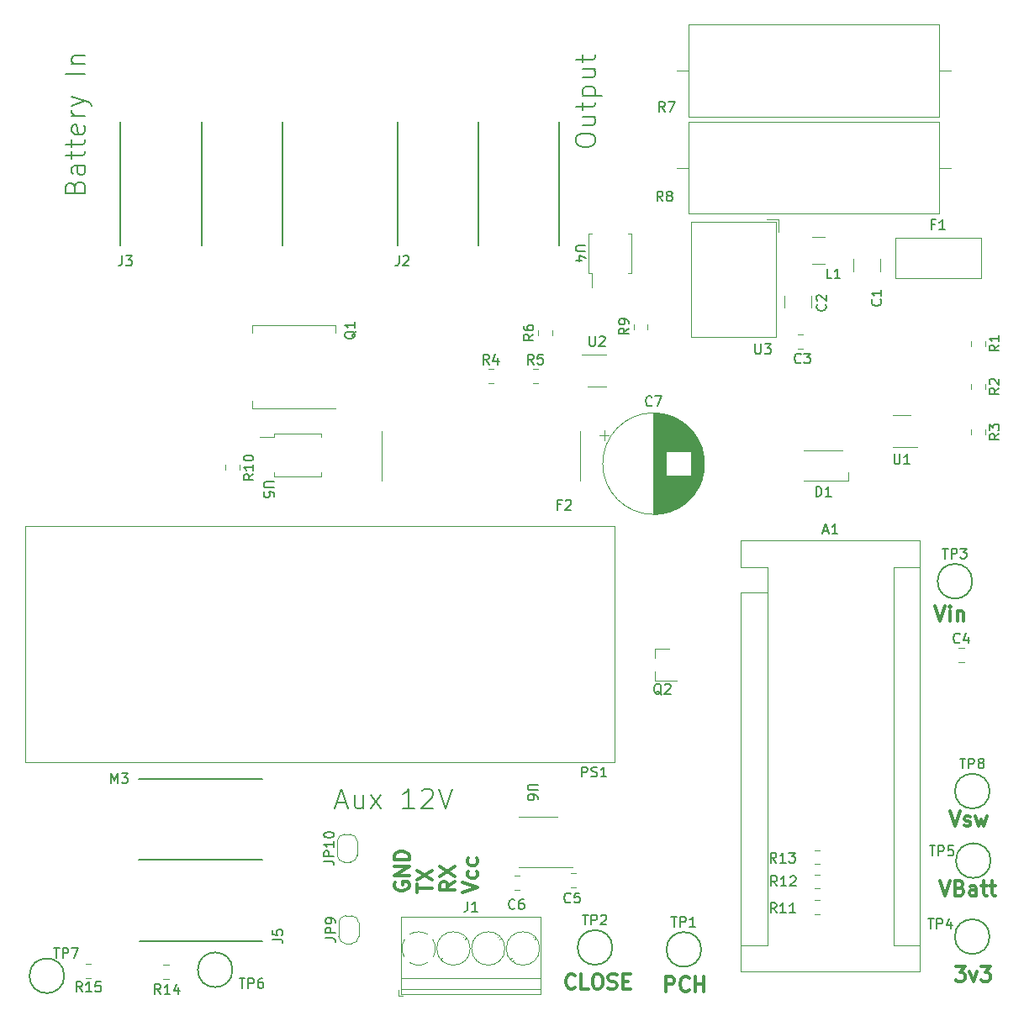
<source format=gto>
G04 #@! TF.GenerationSoftware,KiCad,Pcbnew,(5.1.2)-2*
G04 #@! TF.CreationDate,2019-12-07T23:42:41-08:00*
G04 #@! TF.ProjectId,Precharger,50726563-6861-4726-9765-722e6b696361,rev?*
G04 #@! TF.SameCoordinates,Original*
G04 #@! TF.FileFunction,Legend,Top*
G04 #@! TF.FilePolarity,Positive*
%FSLAX46Y46*%
G04 Gerber Fmt 4.6, Leading zero omitted, Abs format (unit mm)*
G04 Created by KiCad (PCBNEW (5.1.2)-2) date 2019-12-07 23:42:41*
%MOMM*%
%LPD*%
G04 APERTURE LIST*
%ADD10C,0.200000*%
%ADD11C,0.300000*%
%ADD12C,0.120000*%
%ADD13C,0.150000*%
G04 APERTURE END LIST*
D10*
X155754761Y-53597619D02*
X155754761Y-53216666D01*
X155850000Y-53026190D01*
X156040476Y-52835714D01*
X156421428Y-52740476D01*
X157088095Y-52740476D01*
X157469047Y-52835714D01*
X157659523Y-53026190D01*
X157754761Y-53216666D01*
X157754761Y-53597619D01*
X157659523Y-53788095D01*
X157469047Y-53978571D01*
X157088095Y-54073809D01*
X156421428Y-54073809D01*
X156040476Y-53978571D01*
X155850000Y-53788095D01*
X155754761Y-53597619D01*
X156421428Y-51026190D02*
X157754761Y-51026190D01*
X156421428Y-51883333D02*
X157469047Y-51883333D01*
X157659523Y-51788095D01*
X157754761Y-51597619D01*
X157754761Y-51311904D01*
X157659523Y-51121428D01*
X157564285Y-51026190D01*
X156421428Y-50359523D02*
X156421428Y-49597619D01*
X155754761Y-50073809D02*
X157469047Y-50073809D01*
X157659523Y-49978571D01*
X157754761Y-49788095D01*
X157754761Y-49597619D01*
X156421428Y-48930952D02*
X158421428Y-48930952D01*
X156516666Y-48930952D02*
X156421428Y-48740476D01*
X156421428Y-48359523D01*
X156516666Y-48169047D01*
X156611904Y-48073809D01*
X156802380Y-47978571D01*
X157373809Y-47978571D01*
X157564285Y-48073809D01*
X157659523Y-48169047D01*
X157754761Y-48359523D01*
X157754761Y-48740476D01*
X157659523Y-48930952D01*
X156421428Y-46264285D02*
X157754761Y-46264285D01*
X156421428Y-47121428D02*
X157469047Y-47121428D01*
X157659523Y-47026190D01*
X157754761Y-46835714D01*
X157754761Y-46550000D01*
X157659523Y-46359523D01*
X157564285Y-46264285D01*
X156421428Y-45597619D02*
X156421428Y-44835714D01*
X155754761Y-45311904D02*
X157469047Y-45311904D01*
X157659523Y-45216666D01*
X157754761Y-45026190D01*
X157754761Y-44835714D01*
X105307142Y-58135714D02*
X105402380Y-57850000D01*
X105497619Y-57754761D01*
X105688095Y-57659523D01*
X105973809Y-57659523D01*
X106164285Y-57754761D01*
X106259523Y-57850000D01*
X106354761Y-58040476D01*
X106354761Y-58802380D01*
X104354761Y-58802380D01*
X104354761Y-58135714D01*
X104450000Y-57945238D01*
X104545238Y-57850000D01*
X104735714Y-57754761D01*
X104926190Y-57754761D01*
X105116666Y-57850000D01*
X105211904Y-57945238D01*
X105307142Y-58135714D01*
X105307142Y-58802380D01*
X106354761Y-55945238D02*
X105307142Y-55945238D01*
X105116666Y-56040476D01*
X105021428Y-56230952D01*
X105021428Y-56611904D01*
X105116666Y-56802380D01*
X106259523Y-55945238D02*
X106354761Y-56135714D01*
X106354761Y-56611904D01*
X106259523Y-56802380D01*
X106069047Y-56897619D01*
X105878571Y-56897619D01*
X105688095Y-56802380D01*
X105592857Y-56611904D01*
X105592857Y-56135714D01*
X105497619Y-55945238D01*
X105021428Y-55278571D02*
X105021428Y-54516666D01*
X104354761Y-54992857D02*
X106069047Y-54992857D01*
X106259523Y-54897619D01*
X106354761Y-54707142D01*
X106354761Y-54516666D01*
X105021428Y-54135714D02*
X105021428Y-53373809D01*
X104354761Y-53850000D02*
X106069047Y-53850000D01*
X106259523Y-53754761D01*
X106354761Y-53564285D01*
X106354761Y-53373809D01*
X106259523Y-51945238D02*
X106354761Y-52135714D01*
X106354761Y-52516666D01*
X106259523Y-52707142D01*
X106069047Y-52802380D01*
X105307142Y-52802380D01*
X105116666Y-52707142D01*
X105021428Y-52516666D01*
X105021428Y-52135714D01*
X105116666Y-51945238D01*
X105307142Y-51850000D01*
X105497619Y-51850000D01*
X105688095Y-52802380D01*
X106354761Y-50992857D02*
X105021428Y-50992857D01*
X105402380Y-50992857D02*
X105211904Y-50897619D01*
X105116666Y-50802380D01*
X105021428Y-50611904D01*
X105021428Y-50421428D01*
X105021428Y-49945238D02*
X106354761Y-49469047D01*
X105021428Y-48992857D02*
X106354761Y-49469047D01*
X106830952Y-49659523D01*
X106926190Y-49754761D01*
X107021428Y-49945238D01*
X106354761Y-46707142D02*
X104354761Y-46707142D01*
X105021428Y-45754761D02*
X106354761Y-45754761D01*
X105211904Y-45754761D02*
X105116666Y-45659523D01*
X105021428Y-45469047D01*
X105021428Y-45183333D01*
X105116666Y-44992857D01*
X105307142Y-44897619D01*
X106354761Y-44897619D01*
X131685714Y-120183333D02*
X132638095Y-120183333D01*
X131495238Y-120754761D02*
X132161904Y-118754761D01*
X132828571Y-120754761D01*
X134352380Y-119421428D02*
X134352380Y-120754761D01*
X133495238Y-119421428D02*
X133495238Y-120469047D01*
X133590476Y-120659523D01*
X133780952Y-120754761D01*
X134066666Y-120754761D01*
X134257142Y-120659523D01*
X134352380Y-120564285D01*
X135114285Y-120754761D02*
X136161904Y-119421428D01*
X135114285Y-119421428D02*
X136161904Y-120754761D01*
X139495238Y-120754761D02*
X138352380Y-120754761D01*
X138923809Y-120754761D02*
X138923809Y-118754761D01*
X138733333Y-119040476D01*
X138542857Y-119230952D01*
X138352380Y-119326190D01*
X140257142Y-118945238D02*
X140352380Y-118850000D01*
X140542857Y-118754761D01*
X141019047Y-118754761D01*
X141209523Y-118850000D01*
X141304761Y-118945238D01*
X141400000Y-119135714D01*
X141400000Y-119326190D01*
X141304761Y-119611904D01*
X140161904Y-120754761D01*
X141400000Y-120754761D01*
X141971428Y-118754761D02*
X142638095Y-120754761D01*
X143304761Y-118754761D01*
D11*
X144378571Y-129192857D02*
X145878571Y-128692857D01*
X144378571Y-128192857D01*
X145807142Y-127050000D02*
X145878571Y-127192857D01*
X145878571Y-127478571D01*
X145807142Y-127621428D01*
X145735714Y-127692857D01*
X145592857Y-127764285D01*
X145164285Y-127764285D01*
X145021428Y-127692857D01*
X144950000Y-127621428D01*
X144878571Y-127478571D01*
X144878571Y-127192857D01*
X144950000Y-127050000D01*
X145807142Y-125764285D02*
X145878571Y-125907143D01*
X145878571Y-126192857D01*
X145807142Y-126335714D01*
X145735714Y-126407143D01*
X145592857Y-126478571D01*
X145164285Y-126478571D01*
X145021428Y-126407143D01*
X144950000Y-126335714D01*
X144878571Y-126192857D01*
X144878571Y-125907143D01*
X144950000Y-125764285D01*
X143578571Y-128121429D02*
X142864285Y-128621429D01*
X143578571Y-128978571D02*
X142078571Y-128978571D01*
X142078571Y-128407143D01*
X142150000Y-128264286D01*
X142221428Y-128192857D01*
X142364285Y-128121429D01*
X142578571Y-128121429D01*
X142721428Y-128192857D01*
X142792857Y-128264286D01*
X142864285Y-128407143D01*
X142864285Y-128978571D01*
X142078571Y-127621429D02*
X143578571Y-126621429D01*
X142078571Y-126621429D02*
X143578571Y-127621429D01*
X139778571Y-129192857D02*
X139778571Y-128335714D01*
X141278571Y-128764285D02*
X139778571Y-128764285D01*
X139778571Y-127978571D02*
X141278571Y-126978571D01*
X139778571Y-126978571D02*
X141278571Y-127978571D01*
X137550000Y-128192857D02*
X137478571Y-128335714D01*
X137478571Y-128550000D01*
X137550000Y-128764285D01*
X137692857Y-128907142D01*
X137835714Y-128978571D01*
X138121428Y-129050000D01*
X138335714Y-129050000D01*
X138621428Y-128978571D01*
X138764285Y-128907142D01*
X138907142Y-128764285D01*
X138978571Y-128550000D01*
X138978571Y-128407142D01*
X138907142Y-128192857D01*
X138835714Y-128121428D01*
X138335714Y-128121428D01*
X138335714Y-128407142D01*
X138978571Y-127478571D02*
X137478571Y-127478571D01*
X138978571Y-126621428D01*
X137478571Y-126621428D01*
X138978571Y-125907142D02*
X137478571Y-125907142D01*
X137478571Y-125550000D01*
X137550000Y-125335714D01*
X137692857Y-125192857D01*
X137835714Y-125121428D01*
X138121428Y-125050000D01*
X138335714Y-125050000D01*
X138621428Y-125121428D01*
X138764285Y-125192857D01*
X138907142Y-125335714D01*
X138978571Y-125550000D01*
X138978571Y-125907142D01*
X191964285Y-100328571D02*
X192464285Y-101828571D01*
X192964285Y-100328571D01*
X193464285Y-101828571D02*
X193464285Y-100828571D01*
X193464285Y-100328571D02*
X193392857Y-100400000D01*
X193464285Y-100471428D01*
X193535714Y-100400000D01*
X193464285Y-100328571D01*
X193464285Y-100471428D01*
X194178571Y-100828571D02*
X194178571Y-101828571D01*
X194178571Y-100971428D02*
X194250000Y-100900000D01*
X194392857Y-100828571D01*
X194607142Y-100828571D01*
X194750000Y-100900000D01*
X194821428Y-101042857D01*
X194821428Y-101828571D01*
X193457142Y-121028571D02*
X193957142Y-122528571D01*
X194457142Y-121028571D01*
X194885714Y-122457142D02*
X195028571Y-122528571D01*
X195314285Y-122528571D01*
X195457142Y-122457142D01*
X195528571Y-122314285D01*
X195528571Y-122242857D01*
X195457142Y-122100000D01*
X195314285Y-122028571D01*
X195100000Y-122028571D01*
X194957142Y-121957142D01*
X194885714Y-121814285D01*
X194885714Y-121742857D01*
X194957142Y-121600000D01*
X195100000Y-121528571D01*
X195314285Y-121528571D01*
X195457142Y-121600000D01*
X196028571Y-121528571D02*
X196314285Y-122528571D01*
X196600000Y-121814285D01*
X196885714Y-122528571D01*
X197171428Y-121528571D01*
X192464285Y-128028571D02*
X192964285Y-129528571D01*
X193464285Y-128028571D01*
X194464285Y-128742857D02*
X194678571Y-128814285D01*
X194750000Y-128885714D01*
X194821428Y-129028571D01*
X194821428Y-129242857D01*
X194750000Y-129385714D01*
X194678571Y-129457142D01*
X194535714Y-129528571D01*
X193964285Y-129528571D01*
X193964285Y-128028571D01*
X194464285Y-128028571D01*
X194607142Y-128100000D01*
X194678571Y-128171428D01*
X194750000Y-128314285D01*
X194750000Y-128457142D01*
X194678571Y-128600000D01*
X194607142Y-128671428D01*
X194464285Y-128742857D01*
X193964285Y-128742857D01*
X196107142Y-129528571D02*
X196107142Y-128742857D01*
X196035714Y-128600000D01*
X195892857Y-128528571D01*
X195607142Y-128528571D01*
X195464285Y-128600000D01*
X196107142Y-129457142D02*
X195964285Y-129528571D01*
X195607142Y-129528571D01*
X195464285Y-129457142D01*
X195392857Y-129314285D01*
X195392857Y-129171428D01*
X195464285Y-129028571D01*
X195607142Y-128957142D01*
X195964285Y-128957142D01*
X196107142Y-128885714D01*
X196607142Y-128528571D02*
X197178571Y-128528571D01*
X196821428Y-128028571D02*
X196821428Y-129314285D01*
X196892857Y-129457142D01*
X197035714Y-129528571D01*
X197178571Y-129528571D01*
X197464285Y-128528571D02*
X198035714Y-128528571D01*
X197678571Y-128028571D02*
X197678571Y-129314285D01*
X197750000Y-129457142D01*
X197892857Y-129528571D01*
X198035714Y-129528571D01*
X194014285Y-136678571D02*
X194942857Y-136678571D01*
X194442857Y-137250000D01*
X194657142Y-137250000D01*
X194800000Y-137321428D01*
X194871428Y-137392857D01*
X194942857Y-137535714D01*
X194942857Y-137892857D01*
X194871428Y-138035714D01*
X194800000Y-138107142D01*
X194657142Y-138178571D01*
X194228571Y-138178571D01*
X194085714Y-138107142D01*
X194014285Y-138035714D01*
X195442857Y-137178571D02*
X195800000Y-138178571D01*
X196157142Y-137178571D01*
X196585714Y-136678571D02*
X197514285Y-136678571D01*
X197014285Y-137250000D01*
X197228571Y-137250000D01*
X197371428Y-137321428D01*
X197442857Y-137392857D01*
X197514285Y-137535714D01*
X197514285Y-137892857D01*
X197442857Y-138035714D01*
X197371428Y-138107142D01*
X197228571Y-138178571D01*
X196800000Y-138178571D01*
X196657142Y-138107142D01*
X196585714Y-138035714D01*
X155678571Y-138785714D02*
X155607142Y-138857142D01*
X155392857Y-138928571D01*
X155250000Y-138928571D01*
X155035714Y-138857142D01*
X154892857Y-138714285D01*
X154821428Y-138571428D01*
X154750000Y-138285714D01*
X154750000Y-138071428D01*
X154821428Y-137785714D01*
X154892857Y-137642857D01*
X155035714Y-137500000D01*
X155250000Y-137428571D01*
X155392857Y-137428571D01*
X155607142Y-137500000D01*
X155678571Y-137571428D01*
X157035714Y-138928571D02*
X156321428Y-138928571D01*
X156321428Y-137428571D01*
X157821428Y-137428571D02*
X158107142Y-137428571D01*
X158250000Y-137500000D01*
X158392857Y-137642857D01*
X158464285Y-137928571D01*
X158464285Y-138428571D01*
X158392857Y-138714285D01*
X158250000Y-138857142D01*
X158107142Y-138928571D01*
X157821428Y-138928571D01*
X157678571Y-138857142D01*
X157535714Y-138714285D01*
X157464285Y-138428571D01*
X157464285Y-137928571D01*
X157535714Y-137642857D01*
X157678571Y-137500000D01*
X157821428Y-137428571D01*
X159035714Y-138857142D02*
X159250000Y-138928571D01*
X159607142Y-138928571D01*
X159750000Y-138857142D01*
X159821428Y-138785714D01*
X159892857Y-138642857D01*
X159892857Y-138500000D01*
X159821428Y-138357142D01*
X159750000Y-138285714D01*
X159607142Y-138214285D01*
X159321428Y-138142857D01*
X159178571Y-138071428D01*
X159107142Y-138000000D01*
X159035714Y-137857142D01*
X159035714Y-137714285D01*
X159107142Y-137571428D01*
X159178571Y-137500000D01*
X159321428Y-137428571D01*
X159678571Y-137428571D01*
X159892857Y-137500000D01*
X160535714Y-138142857D02*
X161035714Y-138142857D01*
X161250000Y-138928571D02*
X160535714Y-138928571D01*
X160535714Y-137428571D01*
X161250000Y-137428571D01*
X164821428Y-139178571D02*
X164821428Y-137678571D01*
X165392857Y-137678571D01*
X165535714Y-137750000D01*
X165607142Y-137821428D01*
X165678571Y-137964285D01*
X165678571Y-138178571D01*
X165607142Y-138321428D01*
X165535714Y-138392857D01*
X165392857Y-138464285D01*
X164821428Y-138464285D01*
X167178571Y-139035714D02*
X167107142Y-139107142D01*
X166892857Y-139178571D01*
X166750000Y-139178571D01*
X166535714Y-139107142D01*
X166392857Y-138964285D01*
X166321428Y-138821428D01*
X166250000Y-138535714D01*
X166250000Y-138321428D01*
X166321428Y-138035714D01*
X166392857Y-137892857D01*
X166535714Y-137750000D01*
X166750000Y-137678571D01*
X166892857Y-137678571D01*
X167107142Y-137750000D01*
X167178571Y-137821428D01*
X167821428Y-139178571D02*
X167821428Y-137678571D01*
X167821428Y-138392857D02*
X168678571Y-138392857D01*
X168678571Y-139178571D02*
X168678571Y-137678571D01*
D12*
X123159000Y-80441000D02*
X123159000Y-79679000D01*
X131541000Y-80441000D02*
X123159000Y-80441000D01*
X131541000Y-72821000D02*
X131541000Y-72059000D01*
X123159000Y-72821000D02*
X123159000Y-72059000D01*
X131541000Y-72059000D02*
X123159000Y-72059000D01*
D13*
X197450000Y-119000000D02*
G75*
G03X197450000Y-119000000I-1750000J0D01*
G01*
X197550000Y-126000000D02*
G75*
G03X197550000Y-126000000I-1750000J0D01*
G01*
X118100000Y-63992000D02*
X118100000Y-51592000D01*
X109900000Y-64000000D02*
X109900000Y-51600000D01*
X126200000Y-63992000D02*
X126200000Y-51592000D01*
X104250000Y-137600000D02*
G75*
G03X104250000Y-137600000I-1750000J0D01*
G01*
X121200000Y-137000000D02*
G75*
G03X121200000Y-137000000I-1750000J0D01*
G01*
D12*
X106961252Y-136390000D02*
X106438748Y-136390000D01*
X106961252Y-137810000D02*
X106438748Y-137810000D01*
X114238748Y-137910000D02*
X114761252Y-137910000D01*
X114238748Y-136490000D02*
X114761252Y-136490000D01*
X163740000Y-104670000D02*
X165200000Y-104670000D01*
X163740000Y-107830000D02*
X165900000Y-107830000D01*
X163740000Y-107830000D02*
X163740000Y-106900000D01*
X163740000Y-104670000D02*
X163740000Y-105600000D01*
X159700000Y-92280000D02*
X159700000Y-116080000D01*
X100300000Y-116080000D02*
X100300000Y-92280000D01*
X159700000Y-116080000D02*
X100300000Y-116080000D01*
X100300000Y-92280000D02*
X159700000Y-92280000D01*
X131750000Y-125450000D02*
X131750000Y-124050000D01*
X132450000Y-123350000D02*
X133050000Y-123350000D01*
X133750000Y-124050000D02*
X133750000Y-125450000D01*
X133050000Y-126150000D02*
X132450000Y-126150000D01*
X132450000Y-126150000D02*
G75*
G02X131750000Y-125450000I0J700000D01*
G01*
X133750000Y-125450000D02*
G75*
G02X133050000Y-126150000I-700000J0D01*
G01*
X133050000Y-123350000D02*
G75*
G02X133750000Y-124050000I0J-700000D01*
G01*
X131750000Y-124050000D02*
G75*
G02X132450000Y-123350000I700000J0D01*
G01*
X131900000Y-133650000D02*
X131900000Y-132250000D01*
X132600000Y-131550000D02*
X133200000Y-131550000D01*
X133900000Y-132250000D02*
X133900000Y-133650000D01*
X133200000Y-134350000D02*
X132600000Y-134350000D01*
X132600000Y-134350000D02*
G75*
G02X131900000Y-133650000I0J700000D01*
G01*
X133900000Y-133650000D02*
G75*
G02X133200000Y-134350000I-700000J0D01*
G01*
X133200000Y-131550000D02*
G75*
G02X133900000Y-132250000I0J-700000D01*
G01*
X131900000Y-132250000D02*
G75*
G02X132600000Y-131550000I700000J0D01*
G01*
D13*
X124192000Y-125900000D02*
X111792000Y-125900000D01*
X124200000Y-134100000D02*
X111800000Y-134100000D01*
X124192000Y-117800000D02*
X111792000Y-117800000D01*
D12*
X136200000Y-82700000D02*
X136200000Y-87700000D01*
X156200000Y-82700000D02*
X156200000Y-87700000D01*
X158620354Y-82625000D02*
X158620354Y-83625000D01*
X158120354Y-83125000D02*
X159120354Y-83125000D01*
X168681000Y-85401000D02*
X168681000Y-86599000D01*
X168641000Y-85138000D02*
X168641000Y-86862000D01*
X168601000Y-84938000D02*
X168601000Y-87062000D01*
X168561000Y-84770000D02*
X168561000Y-87230000D01*
X168521000Y-84622000D02*
X168521000Y-87378000D01*
X168481000Y-84490000D02*
X168481000Y-87510000D01*
X168441000Y-84370000D02*
X168441000Y-87630000D01*
X168401000Y-84258000D02*
X168401000Y-87742000D01*
X168361000Y-84154000D02*
X168361000Y-87846000D01*
X168321000Y-84056000D02*
X168321000Y-87944000D01*
X168281000Y-83963000D02*
X168281000Y-88037000D01*
X168241000Y-83875000D02*
X168241000Y-88125000D01*
X168201000Y-83791000D02*
X168201000Y-88209000D01*
X168161000Y-83711000D02*
X168161000Y-88289000D01*
X168121000Y-83635000D02*
X168121000Y-88365000D01*
X168081000Y-83561000D02*
X168081000Y-88439000D01*
X168041000Y-83490000D02*
X168041000Y-88510000D01*
X168001000Y-83421000D02*
X168001000Y-88579000D01*
X167961000Y-83355000D02*
X167961000Y-88645000D01*
X167921000Y-83291000D02*
X167921000Y-88709000D01*
X167881000Y-83230000D02*
X167881000Y-88770000D01*
X167841000Y-83170000D02*
X167841000Y-88830000D01*
X167801000Y-83111000D02*
X167801000Y-88889000D01*
X167761000Y-83055000D02*
X167761000Y-88945000D01*
X167721000Y-83000000D02*
X167721000Y-89000000D01*
X167681000Y-82946000D02*
X167681000Y-89054000D01*
X167641000Y-82894000D02*
X167641000Y-89106000D01*
X167601000Y-82844000D02*
X167601000Y-89156000D01*
X167561000Y-82794000D02*
X167561000Y-89206000D01*
X167521000Y-82746000D02*
X167521000Y-89254000D01*
X167481000Y-82699000D02*
X167481000Y-89301000D01*
X167441000Y-82653000D02*
X167441000Y-89347000D01*
X167401000Y-82608000D02*
X167401000Y-89392000D01*
X167361000Y-82564000D02*
X167361000Y-89436000D01*
X167321000Y-87241000D02*
X167321000Y-89478000D01*
X167321000Y-82522000D02*
X167321000Y-84759000D01*
X167281000Y-87241000D02*
X167281000Y-89520000D01*
X167281000Y-82480000D02*
X167281000Y-84759000D01*
X167241000Y-87241000D02*
X167241000Y-89561000D01*
X167241000Y-82439000D02*
X167241000Y-84759000D01*
X167201000Y-87241000D02*
X167201000Y-89601000D01*
X167201000Y-82399000D02*
X167201000Y-84759000D01*
X167161000Y-87241000D02*
X167161000Y-89640000D01*
X167161000Y-82360000D02*
X167161000Y-84759000D01*
X167121000Y-87241000D02*
X167121000Y-89679000D01*
X167121000Y-82321000D02*
X167121000Y-84759000D01*
X167081000Y-87241000D02*
X167081000Y-89716000D01*
X167081000Y-82284000D02*
X167081000Y-84759000D01*
X167041000Y-87241000D02*
X167041000Y-89753000D01*
X167041000Y-82247000D02*
X167041000Y-84759000D01*
X167001000Y-87241000D02*
X167001000Y-89789000D01*
X167001000Y-82211000D02*
X167001000Y-84759000D01*
X166961000Y-87241000D02*
X166961000Y-89824000D01*
X166961000Y-82176000D02*
X166961000Y-84759000D01*
X166921000Y-87241000D02*
X166921000Y-89858000D01*
X166921000Y-82142000D02*
X166921000Y-84759000D01*
X166881000Y-87241000D02*
X166881000Y-89892000D01*
X166881000Y-82108000D02*
X166881000Y-84759000D01*
X166841000Y-87241000D02*
X166841000Y-89925000D01*
X166841000Y-82075000D02*
X166841000Y-84759000D01*
X166801000Y-87241000D02*
X166801000Y-89957000D01*
X166801000Y-82043000D02*
X166801000Y-84759000D01*
X166761000Y-87241000D02*
X166761000Y-89989000D01*
X166761000Y-82011000D02*
X166761000Y-84759000D01*
X166721000Y-87241000D02*
X166721000Y-90020000D01*
X166721000Y-81980000D02*
X166721000Y-84759000D01*
X166681000Y-87241000D02*
X166681000Y-90050000D01*
X166681000Y-81950000D02*
X166681000Y-84759000D01*
X166641000Y-87241000D02*
X166641000Y-90080000D01*
X166641000Y-81920000D02*
X166641000Y-84759000D01*
X166601000Y-87241000D02*
X166601000Y-90110000D01*
X166601000Y-81890000D02*
X166601000Y-84759000D01*
X166561000Y-87241000D02*
X166561000Y-90138000D01*
X166561000Y-81862000D02*
X166561000Y-84759000D01*
X166521000Y-87241000D02*
X166521000Y-90166000D01*
X166521000Y-81834000D02*
X166521000Y-84759000D01*
X166481000Y-87241000D02*
X166481000Y-90194000D01*
X166481000Y-81806000D02*
X166481000Y-84759000D01*
X166441000Y-87241000D02*
X166441000Y-90221000D01*
X166441000Y-81779000D02*
X166441000Y-84759000D01*
X166401000Y-87241000D02*
X166401000Y-90247000D01*
X166401000Y-81753000D02*
X166401000Y-84759000D01*
X166361000Y-87241000D02*
X166361000Y-90273000D01*
X166361000Y-81727000D02*
X166361000Y-84759000D01*
X166321000Y-87241000D02*
X166321000Y-90298000D01*
X166321000Y-81702000D02*
X166321000Y-84759000D01*
X166281000Y-87241000D02*
X166281000Y-90323000D01*
X166281000Y-81677000D02*
X166281000Y-84759000D01*
X166241000Y-87241000D02*
X166241000Y-90347000D01*
X166241000Y-81653000D02*
X166241000Y-84759000D01*
X166201000Y-87241000D02*
X166201000Y-90371000D01*
X166201000Y-81629000D02*
X166201000Y-84759000D01*
X166161000Y-87241000D02*
X166161000Y-90395000D01*
X166161000Y-81605000D02*
X166161000Y-84759000D01*
X166121000Y-87241000D02*
X166121000Y-90417000D01*
X166121000Y-81583000D02*
X166121000Y-84759000D01*
X166081000Y-87241000D02*
X166081000Y-90440000D01*
X166081000Y-81560000D02*
X166081000Y-84759000D01*
X166041000Y-87241000D02*
X166041000Y-90462000D01*
X166041000Y-81538000D02*
X166041000Y-84759000D01*
X166001000Y-87241000D02*
X166001000Y-90483000D01*
X166001000Y-81517000D02*
X166001000Y-84759000D01*
X165961000Y-87241000D02*
X165961000Y-90504000D01*
X165961000Y-81496000D02*
X165961000Y-84759000D01*
X165921000Y-87241000D02*
X165921000Y-90525000D01*
X165921000Y-81475000D02*
X165921000Y-84759000D01*
X165881000Y-87241000D02*
X165881000Y-90545000D01*
X165881000Y-81455000D02*
X165881000Y-84759000D01*
X165841000Y-87241000D02*
X165841000Y-90564000D01*
X165841000Y-81436000D02*
X165841000Y-84759000D01*
X165801000Y-87241000D02*
X165801000Y-90584000D01*
X165801000Y-81416000D02*
X165801000Y-84759000D01*
X165761000Y-87241000D02*
X165761000Y-90603000D01*
X165761000Y-81397000D02*
X165761000Y-84759000D01*
X165721000Y-87241000D02*
X165721000Y-90621000D01*
X165721000Y-81379000D02*
X165721000Y-84759000D01*
X165681000Y-87241000D02*
X165681000Y-90639000D01*
X165681000Y-81361000D02*
X165681000Y-84759000D01*
X165641000Y-87241000D02*
X165641000Y-90657000D01*
X165641000Y-81343000D02*
X165641000Y-84759000D01*
X165601000Y-87241000D02*
X165601000Y-90674000D01*
X165601000Y-81326000D02*
X165601000Y-84759000D01*
X165561000Y-87241000D02*
X165561000Y-90690000D01*
X165561000Y-81310000D02*
X165561000Y-84759000D01*
X165521000Y-87241000D02*
X165521000Y-90707000D01*
X165521000Y-81293000D02*
X165521000Y-84759000D01*
X165481000Y-87241000D02*
X165481000Y-90723000D01*
X165481000Y-81277000D02*
X165481000Y-84759000D01*
X165441000Y-87241000D02*
X165441000Y-90738000D01*
X165441000Y-81262000D02*
X165441000Y-84759000D01*
X165401000Y-87241000D02*
X165401000Y-90754000D01*
X165401000Y-81246000D02*
X165401000Y-84759000D01*
X165361000Y-87241000D02*
X165361000Y-90768000D01*
X165361000Y-81232000D02*
X165361000Y-84759000D01*
X165321000Y-87241000D02*
X165321000Y-90783000D01*
X165321000Y-81217000D02*
X165321000Y-84759000D01*
X165281000Y-87241000D02*
X165281000Y-90797000D01*
X165281000Y-81203000D02*
X165281000Y-84759000D01*
X165241000Y-87241000D02*
X165241000Y-90811000D01*
X165241000Y-81189000D02*
X165241000Y-84759000D01*
X165201000Y-87241000D02*
X165201000Y-90824000D01*
X165201000Y-81176000D02*
X165201000Y-84759000D01*
X165161000Y-87241000D02*
X165161000Y-90837000D01*
X165161000Y-81163000D02*
X165161000Y-84759000D01*
X165121000Y-87241000D02*
X165121000Y-90850000D01*
X165121000Y-81150000D02*
X165121000Y-84759000D01*
X165081000Y-87241000D02*
X165081000Y-90862000D01*
X165081000Y-81138000D02*
X165081000Y-84759000D01*
X165041000Y-87241000D02*
X165041000Y-90874000D01*
X165041000Y-81126000D02*
X165041000Y-84759000D01*
X165001000Y-87241000D02*
X165001000Y-90885000D01*
X165001000Y-81115000D02*
X165001000Y-84759000D01*
X164961000Y-87241000D02*
X164961000Y-90897000D01*
X164961000Y-81103000D02*
X164961000Y-84759000D01*
X164921000Y-87241000D02*
X164921000Y-90907000D01*
X164921000Y-81093000D02*
X164921000Y-84759000D01*
X164881000Y-87241000D02*
X164881000Y-90918000D01*
X164881000Y-81082000D02*
X164881000Y-84759000D01*
X164841000Y-81072000D02*
X164841000Y-90928000D01*
X164801000Y-81062000D02*
X164801000Y-90938000D01*
X164761000Y-81053000D02*
X164761000Y-90947000D01*
X164721000Y-81044000D02*
X164721000Y-90956000D01*
X164681000Y-81035000D02*
X164681000Y-90965000D01*
X164641000Y-81026000D02*
X164641000Y-90974000D01*
X164601000Y-81018000D02*
X164601000Y-90982000D01*
X164561000Y-81010000D02*
X164561000Y-90990000D01*
X164521000Y-81003000D02*
X164521000Y-90997000D01*
X164481000Y-80996000D02*
X164481000Y-91004000D01*
X164441000Y-80989000D02*
X164441000Y-91011000D01*
X164401000Y-80982000D02*
X164401000Y-91018000D01*
X164361000Y-80976000D02*
X164361000Y-91024000D01*
X164321000Y-80970000D02*
X164321000Y-91030000D01*
X164280000Y-80965000D02*
X164280000Y-91035000D01*
X164240000Y-80960000D02*
X164240000Y-91040000D01*
X164200000Y-80955000D02*
X164200000Y-91045000D01*
X164160000Y-80950000D02*
X164160000Y-91050000D01*
X164120000Y-80946000D02*
X164120000Y-91054000D01*
X164080000Y-80942000D02*
X164080000Y-91058000D01*
X164040000Y-80938000D02*
X164040000Y-91062000D01*
X164000000Y-80935000D02*
X164000000Y-91065000D01*
X163960000Y-80932000D02*
X163960000Y-91068000D01*
X163920000Y-80930000D02*
X163920000Y-91070000D01*
X163880000Y-80927000D02*
X163880000Y-91073000D01*
X163840000Y-80925000D02*
X163840000Y-91075000D01*
X163800000Y-80923000D02*
X163800000Y-91077000D01*
X163760000Y-80922000D02*
X163760000Y-91078000D01*
X163720000Y-80921000D02*
X163720000Y-91079000D01*
X163680000Y-80920000D02*
X163680000Y-91080000D01*
X163640000Y-80920000D02*
X163640000Y-91080000D01*
X163600000Y-80920000D02*
X163600000Y-91080000D01*
X168720000Y-86000000D02*
G75*
G03X168720000Y-86000000I-5120000J0D01*
G01*
D13*
X168400000Y-134950000D02*
G75*
G03X168400000Y-134950000I-1750000J0D01*
G01*
X159450000Y-134750000D02*
G75*
G03X159450000Y-134750000I-1750000J0D01*
G01*
D12*
X179838748Y-126360000D02*
X180361252Y-126360000D01*
X179838748Y-124940000D02*
X180361252Y-124940000D01*
X179838748Y-128810000D02*
X180361252Y-128810000D01*
X179838748Y-127390000D02*
X180361252Y-127390000D01*
X179838748Y-131410000D02*
X180361252Y-131410000D01*
X179838748Y-129990000D02*
X180361252Y-129990000D01*
X182650000Y-84700000D02*
X178750000Y-84700000D01*
X183200044Y-87700000D02*
X178750000Y-87700000D01*
X183200000Y-86900000D02*
X183200000Y-87700000D01*
X149588748Y-128960000D02*
X150111252Y-128960000D01*
X149588748Y-127540000D02*
X150111252Y-127540000D01*
X137900000Y-139650000D02*
X138300000Y-139650000D01*
X137900000Y-139010000D02*
X137900000Y-139650000D01*
X149305000Y-135791000D02*
X149176000Y-135919000D01*
X151520000Y-133575000D02*
X151426000Y-133669000D01*
X149475000Y-136031000D02*
X149381000Y-136124000D01*
X151725000Y-133781000D02*
X151596000Y-133909000D01*
X145805000Y-135791000D02*
X145676000Y-135919000D01*
X148020000Y-133575000D02*
X147926000Y-133669000D01*
X145975000Y-136031000D02*
X145881000Y-136124000D01*
X148225000Y-133781000D02*
X148096000Y-133909000D01*
X142305000Y-135791000D02*
X142176000Y-135919000D01*
X144520000Y-133575000D02*
X144426000Y-133669000D01*
X142475000Y-136031000D02*
X142381000Y-136124000D01*
X144725000Y-133781000D02*
X144596000Y-133909000D01*
X152260000Y-131690000D02*
X152260000Y-139410000D01*
X138140000Y-131690000D02*
X138140000Y-139410000D01*
X138140000Y-139410000D02*
X152260000Y-139410000D01*
X138140000Y-131690000D02*
X152260000Y-131690000D01*
X138140000Y-137850000D02*
X152260000Y-137850000D01*
X138140000Y-138950000D02*
X152260000Y-138950000D01*
X152130000Y-134850000D02*
G75*
G03X152130000Y-134850000I-1680000J0D01*
G01*
X148630000Y-134850000D02*
G75*
G03X148630000Y-134850000I-1680000J0D01*
G01*
X145130000Y-134850000D02*
G75*
G03X145130000Y-134850000I-1680000J0D01*
G01*
X139978674Y-136530099D02*
G75*
G02X139084000Y-136290000I-28674J1680099D01*
G01*
X138524642Y-135739894D02*
G75*
G02X138510000Y-133984000I1425358J889894D01*
G01*
X139060106Y-133424642D02*
G75*
G02X140816000Y-133410000I889894J-1425358D01*
G01*
X141375505Y-133959807D02*
G75*
G02X141375000Y-135741000I-1425505J-890193D01*
G01*
X140840264Y-136274721D02*
G75*
G02X139950000Y-136530000I-890264J1424721D01*
G01*
D13*
X146000000Y-63992000D02*
X146000000Y-51592000D01*
X137800000Y-64000000D02*
X137800000Y-51600000D01*
X154100000Y-63992000D02*
X154100000Y-51592000D01*
D12*
X151980000Y-126680000D02*
X155430000Y-126680000D01*
X151980000Y-126680000D02*
X150030000Y-126680000D01*
X151980000Y-121560000D02*
X153930000Y-121560000D01*
X151980000Y-121560000D02*
X150030000Y-121560000D01*
X125387000Y-83295000D02*
X123922000Y-83295000D01*
X125387000Y-82940000D02*
X125387000Y-83295000D01*
X127800000Y-82940000D02*
X125387000Y-82941000D01*
X130086000Y-82940000D02*
X130086000Y-83295000D01*
X127800000Y-82940000D02*
X130086000Y-82941000D01*
X125387000Y-87260000D02*
X125387000Y-86905000D01*
X127800000Y-87260000D02*
X125387000Y-87259000D01*
X130086000Y-87260000D02*
X130086000Y-86905000D01*
X127800000Y-87260000D02*
X130086000Y-87260000D01*
X157395000Y-66810000D02*
X157395000Y-68275000D01*
X157040000Y-66810000D02*
X157395000Y-66810000D01*
X157040000Y-64800000D02*
X157040000Y-66810000D01*
X157040000Y-62790000D02*
X157395000Y-62790000D01*
X157040000Y-64800000D02*
X157040000Y-62790000D01*
X161360000Y-66810000D02*
X161005000Y-66810000D01*
X161360000Y-64800000D02*
X161360000Y-66810000D01*
X161360000Y-62790000D02*
X161005000Y-62790000D01*
X161360000Y-64800000D02*
X161360000Y-62790000D01*
X176200000Y-61390000D02*
X176200000Y-62630000D01*
X174960000Y-61390000D02*
X176200000Y-61390000D01*
X175960000Y-73250000D02*
X167340000Y-73250000D01*
X175960000Y-61630000D02*
X167340000Y-61630000D01*
X167340000Y-61630000D02*
X167340000Y-73250000D01*
X175960000Y-61630000D02*
X175960000Y-73250000D01*
X158800000Y-74990000D02*
X156350000Y-74990000D01*
X157000000Y-78210000D02*
X158800000Y-78210000D01*
X187700000Y-84310000D02*
X190150000Y-84310000D01*
X189500000Y-81090000D02*
X187700000Y-81090000D01*
D13*
X197440000Y-133660000D02*
G75*
G03X197440000Y-133660000I-1750000J0D01*
G01*
X195700000Y-97850000D02*
G75*
G03X195700000Y-97850000I-1750000J0D01*
G01*
D12*
X120490000Y-86138748D02*
X120490000Y-86661252D01*
X121910000Y-86138748D02*
X121910000Y-86661252D01*
X163010000Y-72461252D02*
X163010000Y-71938748D01*
X161590000Y-72461252D02*
X161590000Y-71938748D01*
X193540000Y-56200000D02*
X192360000Y-56200000D01*
X165940000Y-56200000D02*
X167120000Y-56200000D01*
X192360000Y-51580000D02*
X167120000Y-51580000D01*
X192360000Y-60820000D02*
X192360000Y-51580000D01*
X167120000Y-60820000D02*
X192360000Y-60820000D01*
X167120000Y-51580000D02*
X167120000Y-60820000D01*
X193540000Y-46400000D02*
X192360000Y-46400000D01*
X165940000Y-46400000D02*
X167120000Y-46400000D01*
X192360000Y-41780000D02*
X167120000Y-41780000D01*
X192360000Y-51020000D02*
X192360000Y-41780000D01*
X167120000Y-51020000D02*
X192360000Y-51020000D01*
X167120000Y-41780000D02*
X167120000Y-51020000D01*
X153410000Y-73061252D02*
X153410000Y-72538748D01*
X151990000Y-73061252D02*
X151990000Y-72538748D01*
X151438748Y-77910000D02*
X151961252Y-77910000D01*
X151438748Y-76490000D02*
X151961252Y-76490000D01*
X146938748Y-77910000D02*
X147461252Y-77910000D01*
X146938748Y-76490000D02*
X147461252Y-76490000D01*
X195590000Y-82563748D02*
X195590000Y-83086252D01*
X197010000Y-82563748D02*
X197010000Y-83086252D01*
X195590000Y-77963748D02*
X195590000Y-78486252D01*
X197010000Y-77963748D02*
X197010000Y-78486252D01*
X195590000Y-73638748D02*
X195590000Y-74161252D01*
X197010000Y-73638748D02*
X197010000Y-74161252D01*
X180802064Y-63140000D02*
X179597936Y-63140000D01*
X180802064Y-65860000D02*
X179597936Y-65860000D01*
X187950000Y-63250000D02*
X196550000Y-63250000D01*
X187950000Y-63250000D02*
X187950000Y-67350000D01*
X196550000Y-63250000D02*
X196550000Y-67350000D01*
X187950000Y-67350000D02*
X196550000Y-67350000D01*
X155238748Y-128710000D02*
X155761252Y-128710000D01*
X155238748Y-127290000D02*
X155761252Y-127290000D01*
X194338748Y-106010000D02*
X194861252Y-106010000D01*
X194338748Y-104590000D02*
X194861252Y-104590000D01*
X178138748Y-74410000D02*
X178661252Y-74410000D01*
X178138748Y-72990000D02*
X178661252Y-72990000D01*
X176740000Y-69097936D02*
X176740000Y-70302064D01*
X179460000Y-69097936D02*
X179460000Y-70302064D01*
X183740000Y-65397936D02*
X183740000Y-66602064D01*
X186460000Y-65397936D02*
X186460000Y-66602064D01*
X190440000Y-93760000D02*
X172400000Y-93760000D01*
X190440000Y-137200000D02*
X190440000Y-93760000D01*
X172400000Y-137200000D02*
X190440000Y-137200000D01*
X175070000Y-134530000D02*
X172400000Y-134530000D01*
X175070000Y-98970000D02*
X175070000Y-134530000D01*
X175070000Y-98970000D02*
X172400000Y-98970000D01*
X187770000Y-134530000D02*
X190440000Y-134530000D01*
X187770000Y-96430000D02*
X187770000Y-134530000D01*
X187770000Y-96430000D02*
X190440000Y-96430000D01*
X172400000Y-93760000D02*
X172400000Y-96430000D01*
X172400000Y-98970000D02*
X172400000Y-137200000D01*
X175070000Y-96430000D02*
X172400000Y-96430000D01*
X175070000Y-98970000D02*
X175070000Y-96430000D01*
D13*
X133612619Y-72662238D02*
X133565000Y-72757476D01*
X133469761Y-72852714D01*
X133326904Y-72995571D01*
X133279285Y-73090809D01*
X133279285Y-73186047D01*
X133517380Y-73138428D02*
X133469761Y-73233666D01*
X133374523Y-73328904D01*
X133184047Y-73376523D01*
X132850714Y-73376523D01*
X132660238Y-73328904D01*
X132565000Y-73233666D01*
X132517380Y-73138428D01*
X132517380Y-72947952D01*
X132565000Y-72852714D01*
X132660238Y-72757476D01*
X132850714Y-72709857D01*
X133184047Y-72709857D01*
X133374523Y-72757476D01*
X133469761Y-72852714D01*
X133517380Y-72947952D01*
X133517380Y-73138428D01*
X133517380Y-71757476D02*
X133517380Y-72328904D01*
X133517380Y-72043190D02*
X132517380Y-72043190D01*
X132660238Y-72138428D01*
X132755476Y-72233666D01*
X132803095Y-72328904D01*
X194438095Y-115702380D02*
X195009523Y-115702380D01*
X194723809Y-116702380D02*
X194723809Y-115702380D01*
X195342857Y-116702380D02*
X195342857Y-115702380D01*
X195723809Y-115702380D01*
X195819047Y-115750000D01*
X195866666Y-115797619D01*
X195914285Y-115892857D01*
X195914285Y-116035714D01*
X195866666Y-116130952D01*
X195819047Y-116178571D01*
X195723809Y-116226190D01*
X195342857Y-116226190D01*
X196485714Y-116130952D02*
X196390476Y-116083333D01*
X196342857Y-116035714D01*
X196295238Y-115940476D01*
X196295238Y-115892857D01*
X196342857Y-115797619D01*
X196390476Y-115750000D01*
X196485714Y-115702380D01*
X196676190Y-115702380D01*
X196771428Y-115750000D01*
X196819047Y-115797619D01*
X196866666Y-115892857D01*
X196866666Y-115940476D01*
X196819047Y-116035714D01*
X196771428Y-116083333D01*
X196676190Y-116130952D01*
X196485714Y-116130952D01*
X196390476Y-116178571D01*
X196342857Y-116226190D01*
X196295238Y-116321428D01*
X196295238Y-116511904D01*
X196342857Y-116607142D01*
X196390476Y-116654761D01*
X196485714Y-116702380D01*
X196676190Y-116702380D01*
X196771428Y-116654761D01*
X196819047Y-116607142D01*
X196866666Y-116511904D01*
X196866666Y-116321428D01*
X196819047Y-116226190D01*
X196771428Y-116178571D01*
X196676190Y-116130952D01*
X191388095Y-124502380D02*
X191959523Y-124502380D01*
X191673809Y-125502380D02*
X191673809Y-124502380D01*
X192292857Y-125502380D02*
X192292857Y-124502380D01*
X192673809Y-124502380D01*
X192769047Y-124550000D01*
X192816666Y-124597619D01*
X192864285Y-124692857D01*
X192864285Y-124835714D01*
X192816666Y-124930952D01*
X192769047Y-124978571D01*
X192673809Y-125026190D01*
X192292857Y-125026190D01*
X193769047Y-124502380D02*
X193292857Y-124502380D01*
X193245238Y-124978571D01*
X193292857Y-124930952D01*
X193388095Y-124883333D01*
X193626190Y-124883333D01*
X193721428Y-124930952D01*
X193769047Y-124978571D01*
X193816666Y-125073809D01*
X193816666Y-125311904D01*
X193769047Y-125407142D01*
X193721428Y-125454761D01*
X193626190Y-125502380D01*
X193388095Y-125502380D01*
X193292857Y-125454761D01*
X193245238Y-125407142D01*
X110066666Y-65052380D02*
X110066666Y-65766666D01*
X110019047Y-65909523D01*
X109923809Y-66004761D01*
X109780952Y-66052380D01*
X109685714Y-66052380D01*
X110447619Y-65052380D02*
X111066666Y-65052380D01*
X110733333Y-65433333D01*
X110876190Y-65433333D01*
X110971428Y-65480952D01*
X111019047Y-65528571D01*
X111066666Y-65623809D01*
X111066666Y-65861904D01*
X111019047Y-65957142D01*
X110971428Y-66004761D01*
X110876190Y-66052380D01*
X110590476Y-66052380D01*
X110495238Y-66004761D01*
X110447619Y-65957142D01*
X108990476Y-118202380D02*
X108990476Y-117202380D01*
X109323809Y-117916666D01*
X109657142Y-117202380D01*
X109657142Y-118202380D01*
X110038095Y-117202380D02*
X110657142Y-117202380D01*
X110323809Y-117583333D01*
X110466666Y-117583333D01*
X110561904Y-117630952D01*
X110609523Y-117678571D01*
X110657142Y-117773809D01*
X110657142Y-118011904D01*
X110609523Y-118107142D01*
X110561904Y-118154761D01*
X110466666Y-118202380D01*
X110180952Y-118202380D01*
X110085714Y-118154761D01*
X110038095Y-118107142D01*
X103188095Y-134802380D02*
X103759523Y-134802380D01*
X103473809Y-135802380D02*
X103473809Y-134802380D01*
X104092857Y-135802380D02*
X104092857Y-134802380D01*
X104473809Y-134802380D01*
X104569047Y-134850000D01*
X104616666Y-134897619D01*
X104664285Y-134992857D01*
X104664285Y-135135714D01*
X104616666Y-135230952D01*
X104569047Y-135278571D01*
X104473809Y-135326190D01*
X104092857Y-135326190D01*
X104997619Y-134802380D02*
X105664285Y-134802380D01*
X105235714Y-135802380D01*
X121888095Y-137852380D02*
X122459523Y-137852380D01*
X122173809Y-138852380D02*
X122173809Y-137852380D01*
X122792857Y-138852380D02*
X122792857Y-137852380D01*
X123173809Y-137852380D01*
X123269047Y-137900000D01*
X123316666Y-137947619D01*
X123364285Y-138042857D01*
X123364285Y-138185714D01*
X123316666Y-138280952D01*
X123269047Y-138328571D01*
X123173809Y-138376190D01*
X122792857Y-138376190D01*
X124221428Y-137852380D02*
X124030952Y-137852380D01*
X123935714Y-137900000D01*
X123888095Y-137947619D01*
X123792857Y-138090476D01*
X123745238Y-138280952D01*
X123745238Y-138661904D01*
X123792857Y-138757142D01*
X123840476Y-138804761D01*
X123935714Y-138852380D01*
X124126190Y-138852380D01*
X124221428Y-138804761D01*
X124269047Y-138757142D01*
X124316666Y-138661904D01*
X124316666Y-138423809D01*
X124269047Y-138328571D01*
X124221428Y-138280952D01*
X124126190Y-138233333D01*
X123935714Y-138233333D01*
X123840476Y-138280952D01*
X123792857Y-138328571D01*
X123745238Y-138423809D01*
X106057142Y-139202380D02*
X105723809Y-138726190D01*
X105485714Y-139202380D02*
X105485714Y-138202380D01*
X105866666Y-138202380D01*
X105961904Y-138250000D01*
X106009523Y-138297619D01*
X106057142Y-138392857D01*
X106057142Y-138535714D01*
X106009523Y-138630952D01*
X105961904Y-138678571D01*
X105866666Y-138726190D01*
X105485714Y-138726190D01*
X107009523Y-139202380D02*
X106438095Y-139202380D01*
X106723809Y-139202380D02*
X106723809Y-138202380D01*
X106628571Y-138345238D01*
X106533333Y-138440476D01*
X106438095Y-138488095D01*
X107914285Y-138202380D02*
X107438095Y-138202380D01*
X107390476Y-138678571D01*
X107438095Y-138630952D01*
X107533333Y-138583333D01*
X107771428Y-138583333D01*
X107866666Y-138630952D01*
X107914285Y-138678571D01*
X107961904Y-138773809D01*
X107961904Y-139011904D01*
X107914285Y-139107142D01*
X107866666Y-139154761D01*
X107771428Y-139202380D01*
X107533333Y-139202380D01*
X107438095Y-139154761D01*
X107390476Y-139107142D01*
X113957142Y-139452380D02*
X113623809Y-138976190D01*
X113385714Y-139452380D02*
X113385714Y-138452380D01*
X113766666Y-138452380D01*
X113861904Y-138500000D01*
X113909523Y-138547619D01*
X113957142Y-138642857D01*
X113957142Y-138785714D01*
X113909523Y-138880952D01*
X113861904Y-138928571D01*
X113766666Y-138976190D01*
X113385714Y-138976190D01*
X114909523Y-139452380D02*
X114338095Y-139452380D01*
X114623809Y-139452380D02*
X114623809Y-138452380D01*
X114528571Y-138595238D01*
X114433333Y-138690476D01*
X114338095Y-138738095D01*
X115766666Y-138785714D02*
X115766666Y-139452380D01*
X115528571Y-138404761D02*
X115290476Y-139119047D01*
X115909523Y-139119047D01*
X164404761Y-109297619D02*
X164309523Y-109250000D01*
X164214285Y-109154761D01*
X164071428Y-109011904D01*
X163976190Y-108964285D01*
X163880952Y-108964285D01*
X163928571Y-109202380D02*
X163833333Y-109154761D01*
X163738095Y-109059523D01*
X163690476Y-108869047D01*
X163690476Y-108535714D01*
X163738095Y-108345238D01*
X163833333Y-108250000D01*
X163928571Y-108202380D01*
X164119047Y-108202380D01*
X164214285Y-108250000D01*
X164309523Y-108345238D01*
X164357142Y-108535714D01*
X164357142Y-108869047D01*
X164309523Y-109059523D01*
X164214285Y-109154761D01*
X164119047Y-109202380D01*
X163928571Y-109202380D01*
X164738095Y-108297619D02*
X164785714Y-108250000D01*
X164880952Y-108202380D01*
X165119047Y-108202380D01*
X165214285Y-108250000D01*
X165261904Y-108297619D01*
X165309523Y-108392857D01*
X165309523Y-108488095D01*
X165261904Y-108630952D01*
X164690476Y-109202380D01*
X165309523Y-109202380D01*
X156385714Y-117552380D02*
X156385714Y-116552380D01*
X156766666Y-116552380D01*
X156861904Y-116600000D01*
X156909523Y-116647619D01*
X156957142Y-116742857D01*
X156957142Y-116885714D01*
X156909523Y-116980952D01*
X156861904Y-117028571D01*
X156766666Y-117076190D01*
X156385714Y-117076190D01*
X157338095Y-117504761D02*
X157480952Y-117552380D01*
X157719047Y-117552380D01*
X157814285Y-117504761D01*
X157861904Y-117457142D01*
X157909523Y-117361904D01*
X157909523Y-117266666D01*
X157861904Y-117171428D01*
X157814285Y-117123809D01*
X157719047Y-117076190D01*
X157528571Y-117028571D01*
X157433333Y-116980952D01*
X157385714Y-116933333D01*
X157338095Y-116838095D01*
X157338095Y-116742857D01*
X157385714Y-116647619D01*
X157433333Y-116600000D01*
X157528571Y-116552380D01*
X157766666Y-116552380D01*
X157909523Y-116600000D01*
X158861904Y-117552380D02*
X158290476Y-117552380D01*
X158576190Y-117552380D02*
X158576190Y-116552380D01*
X158480952Y-116695238D01*
X158385714Y-116790476D01*
X158290476Y-116838095D01*
X130402380Y-126059523D02*
X131116666Y-126059523D01*
X131259523Y-126107142D01*
X131354761Y-126202380D01*
X131402380Y-126345238D01*
X131402380Y-126440476D01*
X131402380Y-125583333D02*
X130402380Y-125583333D01*
X130402380Y-125202380D01*
X130450000Y-125107142D01*
X130497619Y-125059523D01*
X130592857Y-125011904D01*
X130735714Y-125011904D01*
X130830952Y-125059523D01*
X130878571Y-125107142D01*
X130926190Y-125202380D01*
X130926190Y-125583333D01*
X131402380Y-124059523D02*
X131402380Y-124630952D01*
X131402380Y-124345238D02*
X130402380Y-124345238D01*
X130545238Y-124440476D01*
X130640476Y-124535714D01*
X130688095Y-124630952D01*
X130402380Y-123440476D02*
X130402380Y-123345238D01*
X130450000Y-123250000D01*
X130497619Y-123202380D01*
X130592857Y-123154761D01*
X130783333Y-123107142D01*
X131021428Y-123107142D01*
X131211904Y-123154761D01*
X131307142Y-123202380D01*
X131354761Y-123250000D01*
X131402380Y-123345238D01*
X131402380Y-123440476D01*
X131354761Y-123535714D01*
X131307142Y-123583333D01*
X131211904Y-123630952D01*
X131021428Y-123678571D01*
X130783333Y-123678571D01*
X130592857Y-123630952D01*
X130497619Y-123583333D01*
X130450000Y-123535714D01*
X130402380Y-123440476D01*
X130552380Y-133783333D02*
X131266666Y-133783333D01*
X131409523Y-133830952D01*
X131504761Y-133926190D01*
X131552380Y-134069047D01*
X131552380Y-134164285D01*
X131552380Y-133307142D02*
X130552380Y-133307142D01*
X130552380Y-132926190D01*
X130600000Y-132830952D01*
X130647619Y-132783333D01*
X130742857Y-132735714D01*
X130885714Y-132735714D01*
X130980952Y-132783333D01*
X131028571Y-132830952D01*
X131076190Y-132926190D01*
X131076190Y-133307142D01*
X131552380Y-132259523D02*
X131552380Y-132069047D01*
X131504761Y-131973809D01*
X131457142Y-131926190D01*
X131314285Y-131830952D01*
X131123809Y-131783333D01*
X130742857Y-131783333D01*
X130647619Y-131830952D01*
X130600000Y-131878571D01*
X130552380Y-131973809D01*
X130552380Y-132164285D01*
X130600000Y-132259523D01*
X130647619Y-132307142D01*
X130742857Y-132354761D01*
X130980952Y-132354761D01*
X131076190Y-132307142D01*
X131123809Y-132259523D01*
X131171428Y-132164285D01*
X131171428Y-131973809D01*
X131123809Y-131878571D01*
X131076190Y-131830952D01*
X130980952Y-131783333D01*
X125252380Y-133933333D02*
X125966666Y-133933333D01*
X126109523Y-133980952D01*
X126204761Y-134076190D01*
X126252380Y-134219047D01*
X126252380Y-134314285D01*
X125252380Y-132980952D02*
X125252380Y-133457142D01*
X125728571Y-133504761D01*
X125680952Y-133457142D01*
X125633333Y-133361904D01*
X125633333Y-133123809D01*
X125680952Y-133028571D01*
X125728571Y-132980952D01*
X125823809Y-132933333D01*
X126061904Y-132933333D01*
X126157142Y-132980952D01*
X126204761Y-133028571D01*
X126252380Y-133123809D01*
X126252380Y-133361904D01*
X126204761Y-133457142D01*
X126157142Y-133504761D01*
X154266666Y-90128571D02*
X153933333Y-90128571D01*
X153933333Y-90652380D02*
X153933333Y-89652380D01*
X154409523Y-89652380D01*
X154742857Y-89747619D02*
X154790476Y-89700000D01*
X154885714Y-89652380D01*
X155123809Y-89652380D01*
X155219047Y-89700000D01*
X155266666Y-89747619D01*
X155314285Y-89842857D01*
X155314285Y-89938095D01*
X155266666Y-90080952D01*
X154695238Y-90652380D01*
X155314285Y-90652380D01*
X163433333Y-80107142D02*
X163385714Y-80154761D01*
X163242857Y-80202380D01*
X163147619Y-80202380D01*
X163004761Y-80154761D01*
X162909523Y-80059523D01*
X162861904Y-79964285D01*
X162814285Y-79773809D01*
X162814285Y-79630952D01*
X162861904Y-79440476D01*
X162909523Y-79345238D01*
X163004761Y-79250000D01*
X163147619Y-79202380D01*
X163242857Y-79202380D01*
X163385714Y-79250000D01*
X163433333Y-79297619D01*
X163766666Y-79202380D02*
X164433333Y-79202380D01*
X164004761Y-80202380D01*
X165388095Y-131652380D02*
X165959523Y-131652380D01*
X165673809Y-132652380D02*
X165673809Y-131652380D01*
X166292857Y-132652380D02*
X166292857Y-131652380D01*
X166673809Y-131652380D01*
X166769047Y-131700000D01*
X166816666Y-131747619D01*
X166864285Y-131842857D01*
X166864285Y-131985714D01*
X166816666Y-132080952D01*
X166769047Y-132128571D01*
X166673809Y-132176190D01*
X166292857Y-132176190D01*
X167816666Y-132652380D02*
X167245238Y-132652380D01*
X167530952Y-132652380D02*
X167530952Y-131652380D01*
X167435714Y-131795238D01*
X167340476Y-131890476D01*
X167245238Y-131938095D01*
X156438095Y-131452380D02*
X157009523Y-131452380D01*
X156723809Y-132452380D02*
X156723809Y-131452380D01*
X157342857Y-132452380D02*
X157342857Y-131452380D01*
X157723809Y-131452380D01*
X157819047Y-131500000D01*
X157866666Y-131547619D01*
X157914285Y-131642857D01*
X157914285Y-131785714D01*
X157866666Y-131880952D01*
X157819047Y-131928571D01*
X157723809Y-131976190D01*
X157342857Y-131976190D01*
X158295238Y-131547619D02*
X158342857Y-131500000D01*
X158438095Y-131452380D01*
X158676190Y-131452380D01*
X158771428Y-131500000D01*
X158819047Y-131547619D01*
X158866666Y-131642857D01*
X158866666Y-131738095D01*
X158819047Y-131880952D01*
X158247619Y-132452380D01*
X158866666Y-132452380D01*
X175957142Y-126202380D02*
X175623809Y-125726190D01*
X175385714Y-126202380D02*
X175385714Y-125202380D01*
X175766666Y-125202380D01*
X175861904Y-125250000D01*
X175909523Y-125297619D01*
X175957142Y-125392857D01*
X175957142Y-125535714D01*
X175909523Y-125630952D01*
X175861904Y-125678571D01*
X175766666Y-125726190D01*
X175385714Y-125726190D01*
X176909523Y-126202380D02*
X176338095Y-126202380D01*
X176623809Y-126202380D02*
X176623809Y-125202380D01*
X176528571Y-125345238D01*
X176433333Y-125440476D01*
X176338095Y-125488095D01*
X177242857Y-125202380D02*
X177861904Y-125202380D01*
X177528571Y-125583333D01*
X177671428Y-125583333D01*
X177766666Y-125630952D01*
X177814285Y-125678571D01*
X177861904Y-125773809D01*
X177861904Y-126011904D01*
X177814285Y-126107142D01*
X177766666Y-126154761D01*
X177671428Y-126202380D01*
X177385714Y-126202380D01*
X177290476Y-126154761D01*
X177242857Y-126107142D01*
X176032142Y-128552380D02*
X175698809Y-128076190D01*
X175460714Y-128552380D02*
X175460714Y-127552380D01*
X175841666Y-127552380D01*
X175936904Y-127600000D01*
X175984523Y-127647619D01*
X176032142Y-127742857D01*
X176032142Y-127885714D01*
X175984523Y-127980952D01*
X175936904Y-128028571D01*
X175841666Y-128076190D01*
X175460714Y-128076190D01*
X176984523Y-128552380D02*
X176413095Y-128552380D01*
X176698809Y-128552380D02*
X176698809Y-127552380D01*
X176603571Y-127695238D01*
X176508333Y-127790476D01*
X176413095Y-127838095D01*
X177365476Y-127647619D02*
X177413095Y-127600000D01*
X177508333Y-127552380D01*
X177746428Y-127552380D01*
X177841666Y-127600000D01*
X177889285Y-127647619D01*
X177936904Y-127742857D01*
X177936904Y-127838095D01*
X177889285Y-127980952D01*
X177317857Y-128552380D01*
X177936904Y-128552380D01*
X175982142Y-131252380D02*
X175648809Y-130776190D01*
X175410714Y-131252380D02*
X175410714Y-130252380D01*
X175791666Y-130252380D01*
X175886904Y-130300000D01*
X175934523Y-130347619D01*
X175982142Y-130442857D01*
X175982142Y-130585714D01*
X175934523Y-130680952D01*
X175886904Y-130728571D01*
X175791666Y-130776190D01*
X175410714Y-130776190D01*
X176934523Y-131252380D02*
X176363095Y-131252380D01*
X176648809Y-131252380D02*
X176648809Y-130252380D01*
X176553571Y-130395238D01*
X176458333Y-130490476D01*
X176363095Y-130538095D01*
X177886904Y-131252380D02*
X177315476Y-131252380D01*
X177601190Y-131252380D02*
X177601190Y-130252380D01*
X177505952Y-130395238D01*
X177410714Y-130490476D01*
X177315476Y-130538095D01*
X179961904Y-89302380D02*
X179961904Y-88302380D01*
X180200000Y-88302380D01*
X180342857Y-88350000D01*
X180438095Y-88445238D01*
X180485714Y-88540476D01*
X180533333Y-88730952D01*
X180533333Y-88873809D01*
X180485714Y-89064285D01*
X180438095Y-89159523D01*
X180342857Y-89254761D01*
X180200000Y-89302380D01*
X179961904Y-89302380D01*
X181485714Y-89302380D02*
X180914285Y-89302380D01*
X181200000Y-89302380D02*
X181200000Y-88302380D01*
X181104761Y-88445238D01*
X181009523Y-88540476D01*
X180914285Y-88588095D01*
X149633333Y-130807142D02*
X149585714Y-130854761D01*
X149442857Y-130902380D01*
X149347619Y-130902380D01*
X149204761Y-130854761D01*
X149109523Y-130759523D01*
X149061904Y-130664285D01*
X149014285Y-130473809D01*
X149014285Y-130330952D01*
X149061904Y-130140476D01*
X149109523Y-130045238D01*
X149204761Y-129950000D01*
X149347619Y-129902380D01*
X149442857Y-129902380D01*
X149585714Y-129950000D01*
X149633333Y-129997619D01*
X150490476Y-129902380D02*
X150300000Y-129902380D01*
X150204761Y-129950000D01*
X150157142Y-129997619D01*
X150061904Y-130140476D01*
X150014285Y-130330952D01*
X150014285Y-130711904D01*
X150061904Y-130807142D01*
X150109523Y-130854761D01*
X150204761Y-130902380D01*
X150395238Y-130902380D01*
X150490476Y-130854761D01*
X150538095Y-130807142D01*
X150585714Y-130711904D01*
X150585714Y-130473809D01*
X150538095Y-130378571D01*
X150490476Y-130330952D01*
X150395238Y-130283333D01*
X150204761Y-130283333D01*
X150109523Y-130330952D01*
X150061904Y-130378571D01*
X150014285Y-130473809D01*
X144866666Y-130142380D02*
X144866666Y-130856666D01*
X144819047Y-130999523D01*
X144723809Y-131094761D01*
X144580952Y-131142380D01*
X144485714Y-131142380D01*
X145866666Y-131142380D02*
X145295238Y-131142380D01*
X145580952Y-131142380D02*
X145580952Y-130142380D01*
X145485714Y-130285238D01*
X145390476Y-130380476D01*
X145295238Y-130428095D01*
X137966666Y-65052380D02*
X137966666Y-65766666D01*
X137919047Y-65909523D01*
X137823809Y-66004761D01*
X137680952Y-66052380D01*
X137585714Y-66052380D01*
X138395238Y-65147619D02*
X138442857Y-65100000D01*
X138538095Y-65052380D01*
X138776190Y-65052380D01*
X138871428Y-65100000D01*
X138919047Y-65147619D01*
X138966666Y-65242857D01*
X138966666Y-65338095D01*
X138919047Y-65480952D01*
X138347619Y-66052380D01*
X138966666Y-66052380D01*
X151947619Y-118338095D02*
X151138095Y-118338095D01*
X151042857Y-118385714D01*
X150995238Y-118433333D01*
X150947619Y-118528571D01*
X150947619Y-118719047D01*
X150995238Y-118814285D01*
X151042857Y-118861904D01*
X151138095Y-118909523D01*
X151947619Y-118909523D01*
X151947619Y-119814285D02*
X151947619Y-119623809D01*
X151900000Y-119528571D01*
X151852380Y-119480952D01*
X151709523Y-119385714D01*
X151519047Y-119338095D01*
X151138095Y-119338095D01*
X151042857Y-119385714D01*
X150995238Y-119433333D01*
X150947619Y-119528571D01*
X150947619Y-119719047D01*
X150995238Y-119814285D01*
X151042857Y-119861904D01*
X151138095Y-119909523D01*
X151376190Y-119909523D01*
X151471428Y-119861904D01*
X151519047Y-119814285D01*
X151566666Y-119719047D01*
X151566666Y-119528571D01*
X151519047Y-119433333D01*
X151471428Y-119385714D01*
X151376190Y-119338095D01*
X125347619Y-87838095D02*
X124538095Y-87838095D01*
X124442857Y-87885714D01*
X124395238Y-87933333D01*
X124347619Y-88028571D01*
X124347619Y-88219047D01*
X124395238Y-88314285D01*
X124442857Y-88361904D01*
X124538095Y-88409523D01*
X125347619Y-88409523D01*
X125347619Y-89361904D02*
X125347619Y-88885714D01*
X124871428Y-88838095D01*
X124919047Y-88885714D01*
X124966666Y-88980952D01*
X124966666Y-89219047D01*
X124919047Y-89314285D01*
X124871428Y-89361904D01*
X124776190Y-89409523D01*
X124538095Y-89409523D01*
X124442857Y-89361904D01*
X124395238Y-89314285D01*
X124347619Y-89219047D01*
X124347619Y-88980952D01*
X124395238Y-88885714D01*
X124442857Y-88838095D01*
X156747619Y-64038095D02*
X155938095Y-64038095D01*
X155842857Y-64085714D01*
X155795238Y-64133333D01*
X155747619Y-64228571D01*
X155747619Y-64419047D01*
X155795238Y-64514285D01*
X155842857Y-64561904D01*
X155938095Y-64609523D01*
X156747619Y-64609523D01*
X156414285Y-65514285D02*
X155747619Y-65514285D01*
X156795238Y-65276190D02*
X156080952Y-65038095D01*
X156080952Y-65657142D01*
X173838095Y-73952380D02*
X173838095Y-74761904D01*
X173885714Y-74857142D01*
X173933333Y-74904761D01*
X174028571Y-74952380D01*
X174219047Y-74952380D01*
X174314285Y-74904761D01*
X174361904Y-74857142D01*
X174409523Y-74761904D01*
X174409523Y-73952380D01*
X174790476Y-73952380D02*
X175409523Y-73952380D01*
X175076190Y-74333333D01*
X175219047Y-74333333D01*
X175314285Y-74380952D01*
X175361904Y-74428571D01*
X175409523Y-74523809D01*
X175409523Y-74761904D01*
X175361904Y-74857142D01*
X175314285Y-74904761D01*
X175219047Y-74952380D01*
X174933333Y-74952380D01*
X174838095Y-74904761D01*
X174790476Y-74857142D01*
X157138095Y-73152380D02*
X157138095Y-73961904D01*
X157185714Y-74057142D01*
X157233333Y-74104761D01*
X157328571Y-74152380D01*
X157519047Y-74152380D01*
X157614285Y-74104761D01*
X157661904Y-74057142D01*
X157709523Y-73961904D01*
X157709523Y-73152380D01*
X158138095Y-73247619D02*
X158185714Y-73200000D01*
X158280952Y-73152380D01*
X158519047Y-73152380D01*
X158614285Y-73200000D01*
X158661904Y-73247619D01*
X158709523Y-73342857D01*
X158709523Y-73438095D01*
X158661904Y-73580952D01*
X158090476Y-74152380D01*
X158709523Y-74152380D01*
X187838095Y-85052380D02*
X187838095Y-85861904D01*
X187885714Y-85957142D01*
X187933333Y-86004761D01*
X188028571Y-86052380D01*
X188219047Y-86052380D01*
X188314285Y-86004761D01*
X188361904Y-85957142D01*
X188409523Y-85861904D01*
X188409523Y-85052380D01*
X189409523Y-86052380D02*
X188838095Y-86052380D01*
X189123809Y-86052380D02*
X189123809Y-85052380D01*
X189028571Y-85195238D01*
X188933333Y-85290476D01*
X188838095Y-85338095D01*
X191238095Y-131852380D02*
X191809523Y-131852380D01*
X191523809Y-132852380D02*
X191523809Y-131852380D01*
X192142857Y-132852380D02*
X192142857Y-131852380D01*
X192523809Y-131852380D01*
X192619047Y-131900000D01*
X192666666Y-131947619D01*
X192714285Y-132042857D01*
X192714285Y-132185714D01*
X192666666Y-132280952D01*
X192619047Y-132328571D01*
X192523809Y-132376190D01*
X192142857Y-132376190D01*
X193571428Y-132185714D02*
X193571428Y-132852380D01*
X193333333Y-131804761D02*
X193095238Y-132519047D01*
X193714285Y-132519047D01*
X192688095Y-94552380D02*
X193259523Y-94552380D01*
X192973809Y-95552380D02*
X192973809Y-94552380D01*
X193592857Y-95552380D02*
X193592857Y-94552380D01*
X193973809Y-94552380D01*
X194069047Y-94600000D01*
X194116666Y-94647619D01*
X194164285Y-94742857D01*
X194164285Y-94885714D01*
X194116666Y-94980952D01*
X194069047Y-95028571D01*
X193973809Y-95076190D01*
X193592857Y-95076190D01*
X194497619Y-94552380D02*
X195116666Y-94552380D01*
X194783333Y-94933333D01*
X194926190Y-94933333D01*
X195021428Y-94980952D01*
X195069047Y-95028571D01*
X195116666Y-95123809D01*
X195116666Y-95361904D01*
X195069047Y-95457142D01*
X195021428Y-95504761D01*
X194926190Y-95552380D01*
X194640476Y-95552380D01*
X194545238Y-95504761D01*
X194497619Y-95457142D01*
X123302380Y-87042857D02*
X122826190Y-87376190D01*
X123302380Y-87614285D02*
X122302380Y-87614285D01*
X122302380Y-87233333D01*
X122350000Y-87138095D01*
X122397619Y-87090476D01*
X122492857Y-87042857D01*
X122635714Y-87042857D01*
X122730952Y-87090476D01*
X122778571Y-87138095D01*
X122826190Y-87233333D01*
X122826190Y-87614285D01*
X123302380Y-86090476D02*
X123302380Y-86661904D01*
X123302380Y-86376190D02*
X122302380Y-86376190D01*
X122445238Y-86471428D01*
X122540476Y-86566666D01*
X122588095Y-86661904D01*
X122302380Y-85471428D02*
X122302380Y-85376190D01*
X122350000Y-85280952D01*
X122397619Y-85233333D01*
X122492857Y-85185714D01*
X122683333Y-85138095D01*
X122921428Y-85138095D01*
X123111904Y-85185714D01*
X123207142Y-85233333D01*
X123254761Y-85280952D01*
X123302380Y-85376190D01*
X123302380Y-85471428D01*
X123254761Y-85566666D01*
X123207142Y-85614285D01*
X123111904Y-85661904D01*
X122921428Y-85709523D01*
X122683333Y-85709523D01*
X122492857Y-85661904D01*
X122397619Y-85614285D01*
X122350000Y-85566666D01*
X122302380Y-85471428D01*
X161102380Y-72366666D02*
X160626190Y-72700000D01*
X161102380Y-72938095D02*
X160102380Y-72938095D01*
X160102380Y-72557142D01*
X160150000Y-72461904D01*
X160197619Y-72414285D01*
X160292857Y-72366666D01*
X160435714Y-72366666D01*
X160530952Y-72414285D01*
X160578571Y-72461904D01*
X160626190Y-72557142D01*
X160626190Y-72938095D01*
X161102380Y-71890476D02*
X161102380Y-71700000D01*
X161054761Y-71604761D01*
X161007142Y-71557142D01*
X160864285Y-71461904D01*
X160673809Y-71414285D01*
X160292857Y-71414285D01*
X160197619Y-71461904D01*
X160150000Y-71509523D01*
X160102380Y-71604761D01*
X160102380Y-71795238D01*
X160150000Y-71890476D01*
X160197619Y-71938095D01*
X160292857Y-71985714D01*
X160530952Y-71985714D01*
X160626190Y-71938095D01*
X160673809Y-71890476D01*
X160721428Y-71795238D01*
X160721428Y-71604761D01*
X160673809Y-71509523D01*
X160626190Y-71461904D01*
X160530952Y-71414285D01*
X164533333Y-59552380D02*
X164200000Y-59076190D01*
X163961904Y-59552380D02*
X163961904Y-58552380D01*
X164342857Y-58552380D01*
X164438095Y-58600000D01*
X164485714Y-58647619D01*
X164533333Y-58742857D01*
X164533333Y-58885714D01*
X164485714Y-58980952D01*
X164438095Y-59028571D01*
X164342857Y-59076190D01*
X163961904Y-59076190D01*
X165104761Y-58980952D02*
X165009523Y-58933333D01*
X164961904Y-58885714D01*
X164914285Y-58790476D01*
X164914285Y-58742857D01*
X164961904Y-58647619D01*
X165009523Y-58600000D01*
X165104761Y-58552380D01*
X165295238Y-58552380D01*
X165390476Y-58600000D01*
X165438095Y-58647619D01*
X165485714Y-58742857D01*
X165485714Y-58790476D01*
X165438095Y-58885714D01*
X165390476Y-58933333D01*
X165295238Y-58980952D01*
X165104761Y-58980952D01*
X165009523Y-59028571D01*
X164961904Y-59076190D01*
X164914285Y-59171428D01*
X164914285Y-59361904D01*
X164961904Y-59457142D01*
X165009523Y-59504761D01*
X165104761Y-59552380D01*
X165295238Y-59552380D01*
X165390476Y-59504761D01*
X165438095Y-59457142D01*
X165485714Y-59361904D01*
X165485714Y-59171428D01*
X165438095Y-59076190D01*
X165390476Y-59028571D01*
X165295238Y-58980952D01*
X164733333Y-50552380D02*
X164400000Y-50076190D01*
X164161904Y-50552380D02*
X164161904Y-49552380D01*
X164542857Y-49552380D01*
X164638095Y-49600000D01*
X164685714Y-49647619D01*
X164733333Y-49742857D01*
X164733333Y-49885714D01*
X164685714Y-49980952D01*
X164638095Y-50028571D01*
X164542857Y-50076190D01*
X164161904Y-50076190D01*
X165066666Y-49552380D02*
X165733333Y-49552380D01*
X165304761Y-50552380D01*
X151502380Y-72966666D02*
X151026190Y-73300000D01*
X151502380Y-73538095D02*
X150502380Y-73538095D01*
X150502380Y-73157142D01*
X150550000Y-73061904D01*
X150597619Y-73014285D01*
X150692857Y-72966666D01*
X150835714Y-72966666D01*
X150930952Y-73014285D01*
X150978571Y-73061904D01*
X151026190Y-73157142D01*
X151026190Y-73538095D01*
X150502380Y-72109523D02*
X150502380Y-72300000D01*
X150550000Y-72395238D01*
X150597619Y-72442857D01*
X150740476Y-72538095D01*
X150930952Y-72585714D01*
X151311904Y-72585714D01*
X151407142Y-72538095D01*
X151454761Y-72490476D01*
X151502380Y-72395238D01*
X151502380Y-72204761D01*
X151454761Y-72109523D01*
X151407142Y-72061904D01*
X151311904Y-72014285D01*
X151073809Y-72014285D01*
X150978571Y-72061904D01*
X150930952Y-72109523D01*
X150883333Y-72204761D01*
X150883333Y-72395238D01*
X150930952Y-72490476D01*
X150978571Y-72538095D01*
X151073809Y-72585714D01*
X151533333Y-76002380D02*
X151200000Y-75526190D01*
X150961904Y-76002380D02*
X150961904Y-75002380D01*
X151342857Y-75002380D01*
X151438095Y-75050000D01*
X151485714Y-75097619D01*
X151533333Y-75192857D01*
X151533333Y-75335714D01*
X151485714Y-75430952D01*
X151438095Y-75478571D01*
X151342857Y-75526190D01*
X150961904Y-75526190D01*
X152438095Y-75002380D02*
X151961904Y-75002380D01*
X151914285Y-75478571D01*
X151961904Y-75430952D01*
X152057142Y-75383333D01*
X152295238Y-75383333D01*
X152390476Y-75430952D01*
X152438095Y-75478571D01*
X152485714Y-75573809D01*
X152485714Y-75811904D01*
X152438095Y-75907142D01*
X152390476Y-75954761D01*
X152295238Y-76002380D01*
X152057142Y-76002380D01*
X151961904Y-75954761D01*
X151914285Y-75907142D01*
X147033333Y-76002380D02*
X146700000Y-75526190D01*
X146461904Y-76002380D02*
X146461904Y-75002380D01*
X146842857Y-75002380D01*
X146938095Y-75050000D01*
X146985714Y-75097619D01*
X147033333Y-75192857D01*
X147033333Y-75335714D01*
X146985714Y-75430952D01*
X146938095Y-75478571D01*
X146842857Y-75526190D01*
X146461904Y-75526190D01*
X147890476Y-75335714D02*
X147890476Y-76002380D01*
X147652380Y-74954761D02*
X147414285Y-75669047D01*
X148033333Y-75669047D01*
X198402380Y-82991666D02*
X197926190Y-83325000D01*
X198402380Y-83563095D02*
X197402380Y-83563095D01*
X197402380Y-83182142D01*
X197450000Y-83086904D01*
X197497619Y-83039285D01*
X197592857Y-82991666D01*
X197735714Y-82991666D01*
X197830952Y-83039285D01*
X197878571Y-83086904D01*
X197926190Y-83182142D01*
X197926190Y-83563095D01*
X197402380Y-82658333D02*
X197402380Y-82039285D01*
X197783333Y-82372619D01*
X197783333Y-82229761D01*
X197830952Y-82134523D01*
X197878571Y-82086904D01*
X197973809Y-82039285D01*
X198211904Y-82039285D01*
X198307142Y-82086904D01*
X198354761Y-82134523D01*
X198402380Y-82229761D01*
X198402380Y-82515476D01*
X198354761Y-82610714D01*
X198307142Y-82658333D01*
X198402380Y-78391666D02*
X197926190Y-78725000D01*
X198402380Y-78963095D02*
X197402380Y-78963095D01*
X197402380Y-78582142D01*
X197450000Y-78486904D01*
X197497619Y-78439285D01*
X197592857Y-78391666D01*
X197735714Y-78391666D01*
X197830952Y-78439285D01*
X197878571Y-78486904D01*
X197926190Y-78582142D01*
X197926190Y-78963095D01*
X197497619Y-78010714D02*
X197450000Y-77963095D01*
X197402380Y-77867857D01*
X197402380Y-77629761D01*
X197450000Y-77534523D01*
X197497619Y-77486904D01*
X197592857Y-77439285D01*
X197688095Y-77439285D01*
X197830952Y-77486904D01*
X198402380Y-78058333D01*
X198402380Y-77439285D01*
X198402380Y-74066666D02*
X197926190Y-74400000D01*
X198402380Y-74638095D02*
X197402380Y-74638095D01*
X197402380Y-74257142D01*
X197450000Y-74161904D01*
X197497619Y-74114285D01*
X197592857Y-74066666D01*
X197735714Y-74066666D01*
X197830952Y-74114285D01*
X197878571Y-74161904D01*
X197926190Y-74257142D01*
X197926190Y-74638095D01*
X198402380Y-73114285D02*
X198402380Y-73685714D01*
X198402380Y-73400000D02*
X197402380Y-73400000D01*
X197545238Y-73495238D01*
X197640476Y-73590476D01*
X197688095Y-73685714D01*
X181533333Y-67352380D02*
X181057142Y-67352380D01*
X181057142Y-66352380D01*
X182390476Y-67352380D02*
X181819047Y-67352380D01*
X182104761Y-67352380D02*
X182104761Y-66352380D01*
X182009523Y-66495238D01*
X181914285Y-66590476D01*
X181819047Y-66638095D01*
X191906666Y-61888571D02*
X191573333Y-61888571D01*
X191573333Y-62412380D02*
X191573333Y-61412380D01*
X192049523Y-61412380D01*
X192954285Y-62412380D02*
X192382857Y-62412380D01*
X192668571Y-62412380D02*
X192668571Y-61412380D01*
X192573333Y-61555238D01*
X192478095Y-61650476D01*
X192382857Y-61698095D01*
X155233333Y-130157142D02*
X155185714Y-130204761D01*
X155042857Y-130252380D01*
X154947619Y-130252380D01*
X154804761Y-130204761D01*
X154709523Y-130109523D01*
X154661904Y-130014285D01*
X154614285Y-129823809D01*
X154614285Y-129680952D01*
X154661904Y-129490476D01*
X154709523Y-129395238D01*
X154804761Y-129300000D01*
X154947619Y-129252380D01*
X155042857Y-129252380D01*
X155185714Y-129300000D01*
X155233333Y-129347619D01*
X156138095Y-129252380D02*
X155661904Y-129252380D01*
X155614285Y-129728571D01*
X155661904Y-129680952D01*
X155757142Y-129633333D01*
X155995238Y-129633333D01*
X156090476Y-129680952D01*
X156138095Y-129728571D01*
X156185714Y-129823809D01*
X156185714Y-130061904D01*
X156138095Y-130157142D01*
X156090476Y-130204761D01*
X155995238Y-130252380D01*
X155757142Y-130252380D01*
X155661904Y-130204761D01*
X155614285Y-130157142D01*
X194433333Y-104007142D02*
X194385714Y-104054761D01*
X194242857Y-104102380D01*
X194147619Y-104102380D01*
X194004761Y-104054761D01*
X193909523Y-103959523D01*
X193861904Y-103864285D01*
X193814285Y-103673809D01*
X193814285Y-103530952D01*
X193861904Y-103340476D01*
X193909523Y-103245238D01*
X194004761Y-103150000D01*
X194147619Y-103102380D01*
X194242857Y-103102380D01*
X194385714Y-103150000D01*
X194433333Y-103197619D01*
X195290476Y-103435714D02*
X195290476Y-104102380D01*
X195052380Y-103054761D02*
X194814285Y-103769047D01*
X195433333Y-103769047D01*
X178433333Y-75807142D02*
X178385714Y-75854761D01*
X178242857Y-75902380D01*
X178147619Y-75902380D01*
X178004761Y-75854761D01*
X177909523Y-75759523D01*
X177861904Y-75664285D01*
X177814285Y-75473809D01*
X177814285Y-75330952D01*
X177861904Y-75140476D01*
X177909523Y-75045238D01*
X178004761Y-74950000D01*
X178147619Y-74902380D01*
X178242857Y-74902380D01*
X178385714Y-74950000D01*
X178433333Y-74997619D01*
X178766666Y-74902380D02*
X179385714Y-74902380D01*
X179052380Y-75283333D01*
X179195238Y-75283333D01*
X179290476Y-75330952D01*
X179338095Y-75378571D01*
X179385714Y-75473809D01*
X179385714Y-75711904D01*
X179338095Y-75807142D01*
X179290476Y-75854761D01*
X179195238Y-75902380D01*
X178909523Y-75902380D01*
X178814285Y-75854761D01*
X178766666Y-75807142D01*
X180907142Y-69966666D02*
X180954761Y-70014285D01*
X181002380Y-70157142D01*
X181002380Y-70252380D01*
X180954761Y-70395238D01*
X180859523Y-70490476D01*
X180764285Y-70538095D01*
X180573809Y-70585714D01*
X180430952Y-70585714D01*
X180240476Y-70538095D01*
X180145238Y-70490476D01*
X180050000Y-70395238D01*
X180002380Y-70252380D01*
X180002380Y-70157142D01*
X180050000Y-70014285D01*
X180097619Y-69966666D01*
X180097619Y-69585714D02*
X180050000Y-69538095D01*
X180002380Y-69442857D01*
X180002380Y-69204761D01*
X180050000Y-69109523D01*
X180097619Y-69061904D01*
X180192857Y-69014285D01*
X180288095Y-69014285D01*
X180430952Y-69061904D01*
X181002380Y-69633333D01*
X181002380Y-69014285D01*
X186457142Y-69466666D02*
X186504761Y-69514285D01*
X186552380Y-69657142D01*
X186552380Y-69752380D01*
X186504761Y-69895238D01*
X186409523Y-69990476D01*
X186314285Y-70038095D01*
X186123809Y-70085714D01*
X185980952Y-70085714D01*
X185790476Y-70038095D01*
X185695238Y-69990476D01*
X185600000Y-69895238D01*
X185552380Y-69752380D01*
X185552380Y-69657142D01*
X185600000Y-69514285D01*
X185647619Y-69466666D01*
X186552380Y-68514285D02*
X186552380Y-69085714D01*
X186552380Y-68800000D02*
X185552380Y-68800000D01*
X185695238Y-68895238D01*
X185790476Y-68990476D01*
X185838095Y-69085714D01*
X180705714Y-92786666D02*
X181181904Y-92786666D01*
X180610476Y-93072380D02*
X180943809Y-92072380D01*
X181277142Y-93072380D01*
X182134285Y-93072380D02*
X181562857Y-93072380D01*
X181848571Y-93072380D02*
X181848571Y-92072380D01*
X181753333Y-92215238D01*
X181658095Y-92310476D01*
X181562857Y-92358095D01*
M02*

</source>
